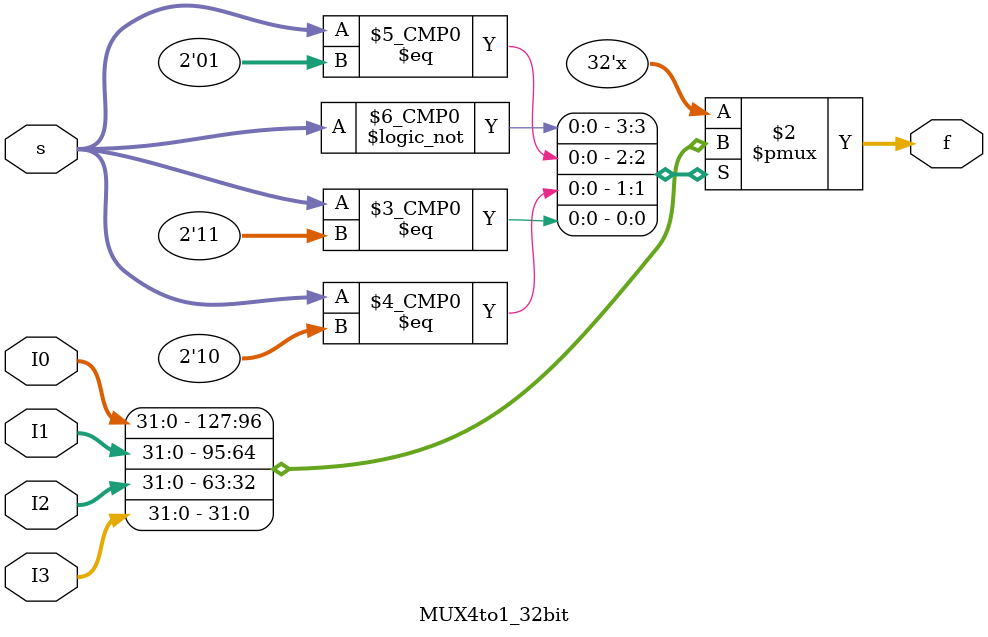
<source format=v>
module MUX4to1_32bit(
    input [31:0] I0,
    input [31:0] I1,
    input [31:0] I2,
    input [31:0] I3,
    input [ 1:0]  s,
    output reg [31:0] f
    );
    always @(*) begin
        case (s)
            2'b00: f = I0;
            2'b01: f = I1;
            2'b10: f = I2;
            2'b11: f = I3;
        endcase
    end    
    // assign f = (s == 0) ? I0 : I1;
    
endmodule

</source>
